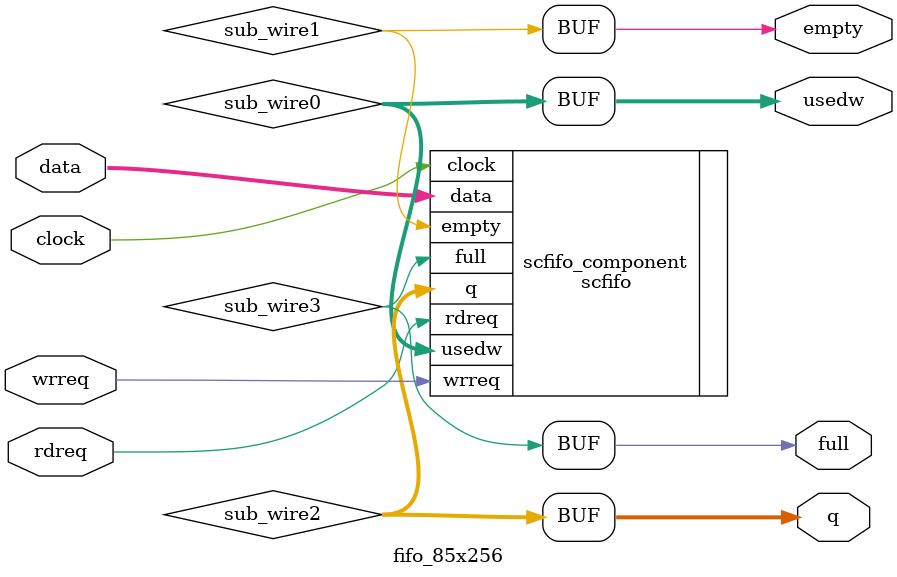
<source format=v>
module fifo_85x256 (
	clock,
	data,
	rdreq,
	wrreq,
	empty,
	full,
	q,
	usedw);
	input	  clock;
	input	[84:0]  data;
	input	  rdreq;
	input	  wrreq;
	output	  empty;
	output	  full;
	output	[84:0]  q;
	output	[7:0]  usedw;
	wire [7:0] sub_wire0;
	wire  sub_wire1;
	wire [84:0] sub_wire2;
	wire  sub_wire3;
	wire [7:0] usedw = sub_wire0[7:0];
	wire  empty = sub_wire1;
	wire [84:0] q = sub_wire2[84:0];
	wire  full = sub_wire3;
	scfifo	scfifo_component (
				.rdreq (rdreq),
				.clock (clock),
				.wrreq (wrreq),
				.data (data),
				.usedw (sub_wire0),
				.empty (sub_wire1),
				.q (sub_wire2),
				.full (sub_wire3)
				// synopsys translate_off
				,
				.aclr (),
				.almost_empty (),
				.almost_full (),
				.sclr ()
				// synopsys translate_on
				);
	defparam
		scfifo_component.add_ram_output_register = "OFF",
		scfifo_component.intended_device_family = "Cyclone III",
		scfifo_component.lpm_hint = "RAM_BLOCK_TYPE=M9K",
		scfifo_component.lpm_numwords = 256,
		scfifo_component.lpm_showahead = "OFF",
		scfifo_component.lpm_type = "scfifo",
		scfifo_component.lpm_width = 85,
		scfifo_component.lpm_widthu = 8,
		scfifo_component.overflow_checking = "OFF",
		scfifo_component.underflow_checking = "OFF",
		scfifo_component.use_eab = "ON";
endmodule
</source>
